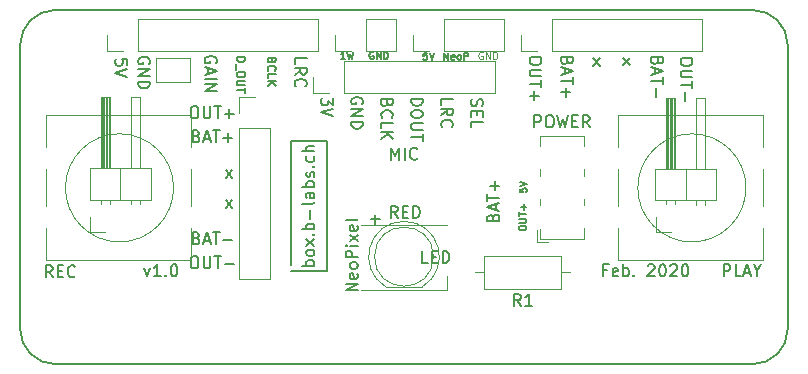
<source format=gbr>
%TF.GenerationSoftware,KiCad,Pcbnew,(5.1.5-0-10_14)*%
%TF.CreationDate,2020-02-24T01:19:29+01:00*%
%TF.ProjectId,raspberrypi_zerow_uhat,72617370-6265-4727-9279-70695f7a6572,1.0*%
%TF.SameCoordinates,Original*%
%TF.FileFunction,Legend,Top*%
%TF.FilePolarity,Positive*%
%FSLAX46Y46*%
G04 Gerber Fmt 4.6, Leading zero omitted, Abs format (unit mm)*
G04 Created by KiCad (PCBNEW (5.1.5-0-10_14)) date 2020-02-24 01:19:29*
%MOMM*%
%LPD*%
G04 APERTURE LIST*
%ADD10C,0.150000*%
%ADD11C,0.125000*%
%ADD12C,0.120000*%
G04 APERTURE END LIST*
D10*
X144770095Y-115496571D02*
X144436761Y-115496571D01*
X144436761Y-116020380D02*
X144436761Y-115020380D01*
X144912952Y-115020380D01*
X145674857Y-115972761D02*
X145579619Y-116020380D01*
X145389142Y-116020380D01*
X145293904Y-115972761D01*
X145246285Y-115877523D01*
X145246285Y-115496571D01*
X145293904Y-115401333D01*
X145389142Y-115353714D01*
X145579619Y-115353714D01*
X145674857Y-115401333D01*
X145722476Y-115496571D01*
X145722476Y-115591809D01*
X145246285Y-115687047D01*
X146151047Y-116020380D02*
X146151047Y-115020380D01*
X146151047Y-115401333D02*
X146246285Y-115353714D01*
X146436761Y-115353714D01*
X146532000Y-115401333D01*
X146579619Y-115448952D01*
X146627238Y-115544190D01*
X146627238Y-115829904D01*
X146579619Y-115925142D01*
X146532000Y-115972761D01*
X146436761Y-116020380D01*
X146246285Y-116020380D01*
X146151047Y-115972761D01*
X147055809Y-115925142D02*
X147103428Y-115972761D01*
X147055809Y-116020380D01*
X147008190Y-115972761D01*
X147055809Y-115925142D01*
X147055809Y-116020380D01*
X148246285Y-115115619D02*
X148293904Y-115068000D01*
X148389142Y-115020380D01*
X148627238Y-115020380D01*
X148722476Y-115068000D01*
X148770095Y-115115619D01*
X148817714Y-115210857D01*
X148817714Y-115306095D01*
X148770095Y-115448952D01*
X148198666Y-116020380D01*
X148817714Y-116020380D01*
X149436761Y-115020380D02*
X149532000Y-115020380D01*
X149627238Y-115068000D01*
X149674857Y-115115619D01*
X149722476Y-115210857D01*
X149770095Y-115401333D01*
X149770095Y-115639428D01*
X149722476Y-115829904D01*
X149674857Y-115925142D01*
X149627238Y-115972761D01*
X149532000Y-116020380D01*
X149436761Y-116020380D01*
X149341523Y-115972761D01*
X149293904Y-115925142D01*
X149246285Y-115829904D01*
X149198666Y-115639428D01*
X149198666Y-115401333D01*
X149246285Y-115210857D01*
X149293904Y-115115619D01*
X149341523Y-115068000D01*
X149436761Y-115020380D01*
X150151047Y-115115619D02*
X150198666Y-115068000D01*
X150293904Y-115020380D01*
X150532000Y-115020380D01*
X150627238Y-115068000D01*
X150674857Y-115115619D01*
X150722476Y-115210857D01*
X150722476Y-115306095D01*
X150674857Y-115448952D01*
X150103428Y-116020380D01*
X150722476Y-116020380D01*
X151341523Y-115020380D02*
X151436761Y-115020380D01*
X151532000Y-115068000D01*
X151579619Y-115115619D01*
X151627238Y-115210857D01*
X151674857Y-115401333D01*
X151674857Y-115639428D01*
X151627238Y-115829904D01*
X151579619Y-115925142D01*
X151532000Y-115972761D01*
X151436761Y-116020380D01*
X151341523Y-116020380D01*
X151246285Y-115972761D01*
X151198666Y-115925142D01*
X151151047Y-115829904D01*
X151103428Y-115639428D01*
X151103428Y-115401333D01*
X151151047Y-115210857D01*
X151198666Y-115115619D01*
X151246285Y-115068000D01*
X151341523Y-115020380D01*
X121032000Y-115568000D02*
X118032000Y-115568000D01*
X121032000Y-104568000D02*
X121032000Y-115568000D01*
X118032000Y-104568000D02*
X121032000Y-104568000D01*
X118032000Y-115068000D02*
X118032000Y-104568000D01*
X119984380Y-115139428D02*
X118984380Y-115139428D01*
X119365333Y-115139428D02*
X119317714Y-115044190D01*
X119317714Y-114853714D01*
X119365333Y-114758476D01*
X119412952Y-114710857D01*
X119508190Y-114663238D01*
X119793904Y-114663238D01*
X119889142Y-114710857D01*
X119936761Y-114758476D01*
X119984380Y-114853714D01*
X119984380Y-115044190D01*
X119936761Y-115139428D01*
X119984380Y-114091809D02*
X119936761Y-114187047D01*
X119889142Y-114234666D01*
X119793904Y-114282285D01*
X119508190Y-114282285D01*
X119412952Y-114234666D01*
X119365333Y-114187047D01*
X119317714Y-114091809D01*
X119317714Y-113948952D01*
X119365333Y-113853714D01*
X119412952Y-113806095D01*
X119508190Y-113758476D01*
X119793904Y-113758476D01*
X119889142Y-113806095D01*
X119936761Y-113853714D01*
X119984380Y-113948952D01*
X119984380Y-114091809D01*
X119984380Y-113425142D02*
X119317714Y-112901333D01*
X119317714Y-113425142D02*
X119984380Y-112901333D01*
X119889142Y-112520380D02*
X119936761Y-112472761D01*
X119984380Y-112520380D01*
X119936761Y-112568000D01*
X119889142Y-112520380D01*
X119984380Y-112520380D01*
X119984380Y-112044190D02*
X118984380Y-112044190D01*
X119365333Y-112044190D02*
X119317714Y-111948952D01*
X119317714Y-111758476D01*
X119365333Y-111663238D01*
X119412952Y-111615619D01*
X119508190Y-111568000D01*
X119793904Y-111568000D01*
X119889142Y-111615619D01*
X119936761Y-111663238D01*
X119984380Y-111758476D01*
X119984380Y-111948952D01*
X119936761Y-112044190D01*
X119603428Y-111139428D02*
X119603428Y-110377523D01*
X119984380Y-109758476D02*
X119936761Y-109853714D01*
X119841523Y-109901333D01*
X118984380Y-109901333D01*
X119984380Y-108948952D02*
X119460571Y-108948952D01*
X119365333Y-108996571D01*
X119317714Y-109091809D01*
X119317714Y-109282285D01*
X119365333Y-109377523D01*
X119936761Y-108948952D02*
X119984380Y-109044190D01*
X119984380Y-109282285D01*
X119936761Y-109377523D01*
X119841523Y-109425142D01*
X119746285Y-109425142D01*
X119651047Y-109377523D01*
X119603428Y-109282285D01*
X119603428Y-109044190D01*
X119555809Y-108948952D01*
X119984380Y-108472761D02*
X118984380Y-108472761D01*
X119365333Y-108472761D02*
X119317714Y-108377523D01*
X119317714Y-108187047D01*
X119365333Y-108091809D01*
X119412952Y-108044190D01*
X119508190Y-107996571D01*
X119793904Y-107996571D01*
X119889142Y-108044190D01*
X119936761Y-108091809D01*
X119984380Y-108187047D01*
X119984380Y-108377523D01*
X119936761Y-108472761D01*
X119936761Y-107615619D02*
X119984380Y-107520380D01*
X119984380Y-107329904D01*
X119936761Y-107234666D01*
X119841523Y-107187047D01*
X119793904Y-107187047D01*
X119698666Y-107234666D01*
X119651047Y-107329904D01*
X119651047Y-107472761D01*
X119603428Y-107568000D01*
X119508190Y-107615619D01*
X119460571Y-107615619D01*
X119365333Y-107568000D01*
X119317714Y-107472761D01*
X119317714Y-107329904D01*
X119365333Y-107234666D01*
X119889142Y-106758476D02*
X119936761Y-106710857D01*
X119984380Y-106758476D01*
X119936761Y-106806095D01*
X119889142Y-106758476D01*
X119984380Y-106758476D01*
X119936761Y-105853714D02*
X119984380Y-105948952D01*
X119984380Y-106139428D01*
X119936761Y-106234666D01*
X119889142Y-106282285D01*
X119793904Y-106329904D01*
X119508190Y-106329904D01*
X119412952Y-106282285D01*
X119365333Y-106234666D01*
X119317714Y-106139428D01*
X119317714Y-105948952D01*
X119365333Y-105853714D01*
X119984380Y-105425142D02*
X118984380Y-105425142D01*
X119984380Y-104996571D02*
X119460571Y-104996571D01*
X119365333Y-105044190D01*
X119317714Y-105139428D01*
X119317714Y-105282285D01*
X119365333Y-105377523D01*
X119412952Y-105425142D01*
X124994457Y-97062000D02*
X124937314Y-97033428D01*
X124851600Y-97033428D01*
X124765885Y-97062000D01*
X124708742Y-97119142D01*
X124680171Y-97176285D01*
X124651600Y-97290571D01*
X124651600Y-97376285D01*
X124680171Y-97490571D01*
X124708742Y-97547714D01*
X124765885Y-97604857D01*
X124851600Y-97633428D01*
X124908742Y-97633428D01*
X124994457Y-97604857D01*
X125023028Y-97576285D01*
X125023028Y-97376285D01*
X124908742Y-97376285D01*
X125280171Y-97633428D02*
X125280171Y-97033428D01*
X125623028Y-97633428D01*
X125623028Y-97033428D01*
X125908742Y-97633428D02*
X125908742Y-97033428D01*
X126051600Y-97033428D01*
X126137314Y-97062000D01*
X126194457Y-97119142D01*
X126223028Y-97176285D01*
X126251600Y-97290571D01*
X126251600Y-97376285D01*
X126223028Y-97490571D01*
X126194457Y-97547714D01*
X126137314Y-97604857D01*
X126051600Y-97633428D01*
X125908742Y-97633428D01*
X122587771Y-97633428D02*
X122244914Y-97633428D01*
X122416342Y-97633428D02*
X122416342Y-97033428D01*
X122359200Y-97119142D01*
X122302057Y-97176285D01*
X122244914Y-97204857D01*
X122787771Y-97033428D02*
X122930628Y-97633428D01*
X123044914Y-97204857D01*
X123159200Y-97633428D01*
X123302057Y-97033428D01*
D11*
X134240057Y-97062000D02*
X134182914Y-97033428D01*
X134097200Y-97033428D01*
X134011485Y-97062000D01*
X133954342Y-97119142D01*
X133925771Y-97176285D01*
X133897200Y-97290571D01*
X133897200Y-97376285D01*
X133925771Y-97490571D01*
X133954342Y-97547714D01*
X134011485Y-97604857D01*
X134097200Y-97633428D01*
X134154342Y-97633428D01*
X134240057Y-97604857D01*
X134268628Y-97576285D01*
X134268628Y-97376285D01*
X134154342Y-97376285D01*
X134525771Y-97633428D02*
X134525771Y-97033428D01*
X134868628Y-97633428D01*
X134868628Y-97033428D01*
X135154342Y-97633428D02*
X135154342Y-97033428D01*
X135297200Y-97033428D01*
X135382914Y-97062000D01*
X135440057Y-97119142D01*
X135468628Y-97176285D01*
X135497200Y-97290571D01*
X135497200Y-97376285D01*
X135468628Y-97490571D01*
X135440057Y-97547714D01*
X135382914Y-97604857D01*
X135297200Y-97633428D01*
X135154342Y-97633428D01*
D10*
X131004800Y-97684228D02*
X131004800Y-97084228D01*
X131347657Y-97684228D01*
X131347657Y-97084228D01*
X131861942Y-97655657D02*
X131804800Y-97684228D01*
X131690514Y-97684228D01*
X131633371Y-97655657D01*
X131604800Y-97598514D01*
X131604800Y-97369942D01*
X131633371Y-97312800D01*
X131690514Y-97284228D01*
X131804800Y-97284228D01*
X131861942Y-97312800D01*
X131890514Y-97369942D01*
X131890514Y-97427085D01*
X131604800Y-97484228D01*
X132233371Y-97684228D02*
X132176228Y-97655657D01*
X132147657Y-97627085D01*
X132119085Y-97569942D01*
X132119085Y-97398514D01*
X132147657Y-97341371D01*
X132176228Y-97312800D01*
X132233371Y-97284228D01*
X132319085Y-97284228D01*
X132376228Y-97312800D01*
X132404800Y-97341371D01*
X132433371Y-97398514D01*
X132433371Y-97569942D01*
X132404800Y-97627085D01*
X132376228Y-97655657D01*
X132319085Y-97684228D01*
X132233371Y-97684228D01*
X132690514Y-97684228D02*
X132690514Y-97084228D01*
X132919085Y-97084228D01*
X132976228Y-97112800D01*
X133004800Y-97141371D01*
X133033371Y-97198514D01*
X133033371Y-97284228D01*
X133004800Y-97341371D01*
X132976228Y-97369942D01*
X132919085Y-97398514D01*
X132690514Y-97398514D01*
X129553714Y-97084228D02*
X129268000Y-97084228D01*
X129239428Y-97369942D01*
X129268000Y-97341371D01*
X129325142Y-97312800D01*
X129468000Y-97312800D01*
X129525142Y-97341371D01*
X129553714Y-97369942D01*
X129582285Y-97427085D01*
X129582285Y-97569942D01*
X129553714Y-97627085D01*
X129525142Y-97655657D01*
X129468000Y-97684228D01*
X129325142Y-97684228D01*
X129268000Y-97655657D01*
X129239428Y-97627085D01*
X129753714Y-97084228D02*
X129953714Y-97684228D01*
X130153714Y-97084228D01*
X137340428Y-111998628D02*
X137340428Y-111884342D01*
X137369000Y-111827200D01*
X137426142Y-111770057D01*
X137540428Y-111741485D01*
X137740428Y-111741485D01*
X137854714Y-111770057D01*
X137911857Y-111827200D01*
X137940428Y-111884342D01*
X137940428Y-111998628D01*
X137911857Y-112055771D01*
X137854714Y-112112914D01*
X137740428Y-112141485D01*
X137540428Y-112141485D01*
X137426142Y-112112914D01*
X137369000Y-112055771D01*
X137340428Y-111998628D01*
X137340428Y-111484342D02*
X137826142Y-111484342D01*
X137883285Y-111455771D01*
X137911857Y-111427200D01*
X137940428Y-111370057D01*
X137940428Y-111255771D01*
X137911857Y-111198628D01*
X137883285Y-111170057D01*
X137826142Y-111141485D01*
X137340428Y-111141485D01*
X137340428Y-110941485D02*
X137340428Y-110598628D01*
X137940428Y-110770057D02*
X137340428Y-110770057D01*
X137711857Y-110398628D02*
X137711857Y-109941485D01*
X137940428Y-110170057D02*
X137483285Y-110170057D01*
X137391228Y-108601485D02*
X137391228Y-108887200D01*
X137676942Y-108915771D01*
X137648371Y-108887200D01*
X137619800Y-108830057D01*
X137619800Y-108687200D01*
X137648371Y-108630057D01*
X137676942Y-108601485D01*
X137734085Y-108572914D01*
X137876942Y-108572914D01*
X137934085Y-108601485D01*
X137962657Y-108630057D01*
X137991228Y-108687200D01*
X137991228Y-108830057D01*
X137962657Y-108887200D01*
X137934085Y-108915771D01*
X137391228Y-108401485D02*
X137991228Y-108201485D01*
X137391228Y-108001485D01*
X135133771Y-111038142D02*
X135181390Y-110895285D01*
X135229009Y-110847666D01*
X135324247Y-110800047D01*
X135467104Y-110800047D01*
X135562342Y-110847666D01*
X135609961Y-110895285D01*
X135657580Y-110990523D01*
X135657580Y-111371476D01*
X134657580Y-111371476D01*
X134657580Y-111038142D01*
X134705200Y-110942904D01*
X134752819Y-110895285D01*
X134848057Y-110847666D01*
X134943295Y-110847666D01*
X135038533Y-110895285D01*
X135086152Y-110942904D01*
X135133771Y-111038142D01*
X135133771Y-111371476D01*
X135371866Y-110419095D02*
X135371866Y-109942904D01*
X135657580Y-110514333D02*
X134657580Y-110181000D01*
X135657580Y-109847666D01*
X134657580Y-109657190D02*
X134657580Y-109085761D01*
X135657580Y-109371476D02*
X134657580Y-109371476D01*
X135276628Y-108752428D02*
X135276628Y-107990523D01*
X135657580Y-108371476D02*
X134895676Y-108371476D01*
X112540495Y-110209580D02*
X113064304Y-109542914D01*
X112540495Y-109542914D02*
X113064304Y-110209580D01*
X112489695Y-107720380D02*
X113013504Y-107053714D01*
X112489695Y-107053714D02*
X113013504Y-107720380D01*
X146170095Y-98169980D02*
X146693904Y-97503314D01*
X146170095Y-97503314D02*
X146693904Y-98169980D01*
X143630095Y-98220780D02*
X144153904Y-97554114D01*
X143630095Y-97554114D02*
X144153904Y-98220780D01*
X126513771Y-106145580D02*
X126513771Y-105145580D01*
X126847104Y-105859866D01*
X127180438Y-105145580D01*
X127180438Y-106145580D01*
X127656628Y-106145580D02*
X127656628Y-105145580D01*
X128704247Y-106050342D02*
X128656628Y-106097961D01*
X128513771Y-106145580D01*
X128418533Y-106145580D01*
X128275676Y-106097961D01*
X128180438Y-106002723D01*
X128132819Y-105907485D01*
X128085200Y-105717009D01*
X128085200Y-105574152D01*
X128132819Y-105383676D01*
X128180438Y-105288438D01*
X128275676Y-105193200D01*
X128418533Y-105145580D01*
X128513771Y-105145580D01*
X128656628Y-105193200D01*
X128704247Y-105240819D01*
X129634742Y-114883180D02*
X129158552Y-114883180D01*
X129158552Y-113883180D01*
X129968076Y-114359371D02*
X130301409Y-114359371D01*
X130444266Y-114883180D02*
X129968076Y-114883180D01*
X129968076Y-113883180D01*
X130444266Y-113883180D01*
X130872838Y-114883180D02*
X130872838Y-113883180D01*
X131110933Y-113883180D01*
X131253790Y-113930800D01*
X131349028Y-114026038D01*
X131396647Y-114121276D01*
X131444266Y-114311752D01*
X131444266Y-114454609D01*
X131396647Y-114645085D01*
X131349028Y-114740323D01*
X131253790Y-114835561D01*
X131110933Y-114883180D01*
X130872838Y-114883180D01*
X123668780Y-117227600D02*
X122668780Y-117227600D01*
X123668780Y-116656171D01*
X122668780Y-116656171D01*
X123621161Y-115799028D02*
X123668780Y-115894266D01*
X123668780Y-116084742D01*
X123621161Y-116179980D01*
X123525923Y-116227600D01*
X123144971Y-116227600D01*
X123049733Y-116179980D01*
X123002114Y-116084742D01*
X123002114Y-115894266D01*
X123049733Y-115799028D01*
X123144971Y-115751409D01*
X123240209Y-115751409D01*
X123335447Y-116227600D01*
X123668780Y-115179980D02*
X123621161Y-115275219D01*
X123573542Y-115322838D01*
X123478304Y-115370457D01*
X123192590Y-115370457D01*
X123097352Y-115322838D01*
X123049733Y-115275219D01*
X123002114Y-115179980D01*
X123002114Y-115037123D01*
X123049733Y-114941885D01*
X123097352Y-114894266D01*
X123192590Y-114846647D01*
X123478304Y-114846647D01*
X123573542Y-114894266D01*
X123621161Y-114941885D01*
X123668780Y-115037123D01*
X123668780Y-115179980D01*
X123668780Y-114418076D02*
X122668780Y-114418076D01*
X122668780Y-114037123D01*
X122716400Y-113941885D01*
X122764019Y-113894266D01*
X122859257Y-113846647D01*
X123002114Y-113846647D01*
X123097352Y-113894266D01*
X123144971Y-113941885D01*
X123192590Y-114037123D01*
X123192590Y-114418076D01*
X123668780Y-113418076D02*
X123002114Y-113418076D01*
X122668780Y-113418076D02*
X122716400Y-113465695D01*
X122764019Y-113418076D01*
X122716400Y-113370457D01*
X122668780Y-113418076D01*
X122764019Y-113418076D01*
X123668780Y-113037123D02*
X123002114Y-112513314D01*
X123002114Y-113037123D02*
X123668780Y-112513314D01*
X123621161Y-111751409D02*
X123668780Y-111846647D01*
X123668780Y-112037123D01*
X123621161Y-112132361D01*
X123525923Y-112179980D01*
X123144971Y-112179980D01*
X123049733Y-112132361D01*
X123002114Y-112037123D01*
X123002114Y-111846647D01*
X123049733Y-111751409D01*
X123144971Y-111703790D01*
X123240209Y-111703790D01*
X123335447Y-112179980D01*
X123668780Y-111132361D02*
X123621161Y-111227600D01*
X123525923Y-111275219D01*
X122668780Y-111275219D01*
X138636076Y-103402380D02*
X138636076Y-102402380D01*
X139017028Y-102402380D01*
X139112266Y-102450000D01*
X139159885Y-102497619D01*
X139207504Y-102592857D01*
X139207504Y-102735714D01*
X139159885Y-102830952D01*
X139112266Y-102878571D01*
X139017028Y-102926190D01*
X138636076Y-102926190D01*
X139826552Y-102402380D02*
X140017028Y-102402380D01*
X140112266Y-102450000D01*
X140207504Y-102545238D01*
X140255123Y-102735714D01*
X140255123Y-103069047D01*
X140207504Y-103259523D01*
X140112266Y-103354761D01*
X140017028Y-103402380D01*
X139826552Y-103402380D01*
X139731314Y-103354761D01*
X139636076Y-103259523D01*
X139588457Y-103069047D01*
X139588457Y-102735714D01*
X139636076Y-102545238D01*
X139731314Y-102450000D01*
X139826552Y-102402380D01*
X140588457Y-102402380D02*
X140826552Y-103402380D01*
X141017028Y-102688095D01*
X141207504Y-103402380D01*
X141445600Y-102402380D01*
X141826552Y-102878571D02*
X142159885Y-102878571D01*
X142302742Y-103402380D02*
X141826552Y-103402380D01*
X141826552Y-102402380D01*
X142302742Y-102402380D01*
X143302742Y-103402380D02*
X142969409Y-102926190D01*
X142731314Y-103402380D02*
X142731314Y-102402380D01*
X143112266Y-102402380D01*
X143207504Y-102450000D01*
X143255123Y-102497619D01*
X143302742Y-102592857D01*
X143302742Y-102735714D01*
X143255123Y-102830952D01*
X143207504Y-102878571D01*
X143112266Y-102926190D01*
X142731314Y-102926190D01*
X97833942Y-116102380D02*
X97500609Y-115626190D01*
X97262514Y-116102380D02*
X97262514Y-115102380D01*
X97643466Y-115102380D01*
X97738704Y-115150000D01*
X97786323Y-115197619D01*
X97833942Y-115292857D01*
X97833942Y-115435714D01*
X97786323Y-115530952D01*
X97738704Y-115578571D01*
X97643466Y-115626190D01*
X97262514Y-115626190D01*
X98262514Y-115578571D02*
X98595847Y-115578571D01*
X98738704Y-116102380D02*
X98262514Y-116102380D01*
X98262514Y-115102380D01*
X98738704Y-115102380D01*
X99738704Y-116007142D02*
X99691085Y-116054761D01*
X99548228Y-116102380D01*
X99452990Y-116102380D01*
X99310133Y-116054761D01*
X99214895Y-115959523D01*
X99167276Y-115864285D01*
X99119657Y-115673809D01*
X99119657Y-115530952D01*
X99167276Y-115340476D01*
X99214895Y-115245238D01*
X99310133Y-115150000D01*
X99452990Y-115102380D01*
X99548228Y-115102380D01*
X99691085Y-115150000D01*
X99738704Y-115197619D01*
X154661790Y-116020380D02*
X154661790Y-115020380D01*
X155042742Y-115020380D01*
X155137980Y-115068000D01*
X155185600Y-115115619D01*
X155233219Y-115210857D01*
X155233219Y-115353714D01*
X155185600Y-115448952D01*
X155137980Y-115496571D01*
X155042742Y-115544190D01*
X154661790Y-115544190D01*
X156137980Y-116020380D02*
X155661790Y-116020380D01*
X155661790Y-115020380D01*
X156423695Y-115734666D02*
X156899885Y-115734666D01*
X156328457Y-116020380D02*
X156661790Y-115020380D01*
X156995123Y-116020380D01*
X157518933Y-115544190D02*
X157518933Y-116020380D01*
X157185600Y-115020380D02*
X157518933Y-115544190D01*
X157852266Y-115020380D01*
X105603428Y-115353714D02*
X105841523Y-116020380D01*
X106079619Y-115353714D01*
X106984380Y-116020380D02*
X106412952Y-116020380D01*
X106698666Y-116020380D02*
X106698666Y-115020380D01*
X106603428Y-115163238D01*
X106508190Y-115258476D01*
X106412952Y-115306095D01*
X107412952Y-115925142D02*
X107460571Y-115972761D01*
X107412952Y-116020380D01*
X107365333Y-115972761D01*
X107412952Y-115925142D01*
X107412952Y-116020380D01*
X108079619Y-115020380D02*
X108174857Y-115020380D01*
X108270095Y-115068000D01*
X108317714Y-115115619D01*
X108365333Y-115210857D01*
X108412952Y-115401333D01*
X108412952Y-115639428D01*
X108365333Y-115829904D01*
X108317714Y-115925142D01*
X108270095Y-115972761D01*
X108174857Y-116020380D01*
X108079619Y-116020380D01*
X107984380Y-115972761D01*
X107936761Y-115925142D01*
X107889142Y-115829904D01*
X107841523Y-115639428D01*
X107841523Y-115401333D01*
X107889142Y-115210857D01*
X107936761Y-115115619D01*
X107984380Y-115068000D01*
X108079619Y-115020380D01*
X111676800Y-97957428D02*
X111724419Y-97862190D01*
X111724419Y-97719333D01*
X111676800Y-97576476D01*
X111581561Y-97481238D01*
X111486323Y-97433619D01*
X111295847Y-97386000D01*
X111152990Y-97386000D01*
X110962514Y-97433619D01*
X110867276Y-97481238D01*
X110772038Y-97576476D01*
X110724419Y-97719333D01*
X110724419Y-97814571D01*
X110772038Y-97957428D01*
X110819657Y-98005047D01*
X111152990Y-98005047D01*
X111152990Y-97814571D01*
X111010133Y-98386000D02*
X111010133Y-98862190D01*
X110724419Y-98290761D02*
X111724419Y-98624095D01*
X110724419Y-98957428D01*
X110724419Y-99290761D02*
X111724419Y-99290761D01*
X110724419Y-99766952D02*
X111724419Y-99766952D01*
X110724419Y-100338380D01*
X111724419Y-100338380D01*
X113450933Y-97486800D02*
X114150933Y-97486800D01*
X114150933Y-97653466D01*
X114117600Y-97753466D01*
X114050933Y-97820133D01*
X113984266Y-97853466D01*
X113850933Y-97886800D01*
X113750933Y-97886800D01*
X113617600Y-97853466D01*
X113550933Y-97820133D01*
X113484266Y-97753466D01*
X113450933Y-97653466D01*
X113450933Y-97486800D01*
X113384266Y-98020133D02*
X113384266Y-98553466D01*
X114150933Y-98853466D02*
X114150933Y-98986800D01*
X114117600Y-99053466D01*
X114050933Y-99120133D01*
X113917600Y-99153466D01*
X113684266Y-99153466D01*
X113550933Y-99120133D01*
X113484266Y-99053466D01*
X113450933Y-98986800D01*
X113450933Y-98853466D01*
X113484266Y-98786800D01*
X113550933Y-98720133D01*
X113684266Y-98686800D01*
X113917600Y-98686800D01*
X114050933Y-98720133D01*
X114117600Y-98786800D01*
X114150933Y-98853466D01*
X114150933Y-99453466D02*
X113584266Y-99453466D01*
X113517600Y-99486800D01*
X113484266Y-99520133D01*
X113450933Y-99586800D01*
X113450933Y-99720133D01*
X113484266Y-99786800D01*
X113517600Y-99820133D01*
X113584266Y-99853466D01*
X114150933Y-99853466D01*
X114150933Y-100086800D02*
X114150933Y-100486800D01*
X113450933Y-100286800D02*
X114150933Y-100286800D01*
X118344419Y-98043123D02*
X118344419Y-97566933D01*
X119344419Y-97566933D01*
X118344419Y-98947885D02*
X118820609Y-98614552D01*
X118344419Y-98376457D02*
X119344419Y-98376457D01*
X119344419Y-98757409D01*
X119296800Y-98852647D01*
X119249180Y-98900266D01*
X119153942Y-98947885D01*
X119011085Y-98947885D01*
X118915847Y-98900266D01*
X118868228Y-98852647D01*
X118820609Y-98757409D01*
X118820609Y-98376457D01*
X118439657Y-99947885D02*
X118392038Y-99900266D01*
X118344419Y-99757409D01*
X118344419Y-99662171D01*
X118392038Y-99519314D01*
X118487276Y-99424076D01*
X118582514Y-99376457D01*
X118772990Y-99328838D01*
X118915847Y-99328838D01*
X119106323Y-99376457D01*
X119201561Y-99424076D01*
X119296800Y-99519314D01*
X119344419Y-99662171D01*
X119344419Y-99757409D01*
X119296800Y-99900266D01*
X119249180Y-99947885D01*
X116408400Y-97749466D02*
X116375066Y-97849466D01*
X116341733Y-97882800D01*
X116275066Y-97916133D01*
X116175066Y-97916133D01*
X116108400Y-97882800D01*
X116075066Y-97849466D01*
X116041733Y-97782800D01*
X116041733Y-97516133D01*
X116741733Y-97516133D01*
X116741733Y-97749466D01*
X116708400Y-97816133D01*
X116675066Y-97849466D01*
X116608400Y-97882800D01*
X116541733Y-97882800D01*
X116475066Y-97849466D01*
X116441733Y-97816133D01*
X116408400Y-97749466D01*
X116408400Y-97516133D01*
X116108400Y-98616133D02*
X116075066Y-98582800D01*
X116041733Y-98482800D01*
X116041733Y-98416133D01*
X116075066Y-98316133D01*
X116141733Y-98249466D01*
X116208400Y-98216133D01*
X116341733Y-98182800D01*
X116441733Y-98182800D01*
X116575066Y-98216133D01*
X116641733Y-98249466D01*
X116708400Y-98316133D01*
X116741733Y-98416133D01*
X116741733Y-98482800D01*
X116708400Y-98582800D01*
X116675066Y-98616133D01*
X116041733Y-99249466D02*
X116041733Y-98916133D01*
X116741733Y-98916133D01*
X116041733Y-99482800D02*
X116741733Y-99482800D01*
X116041733Y-99882800D02*
X116441733Y-99582800D01*
X116741733Y-99882800D02*
X116341733Y-99482800D01*
X106032000Y-98022495D02*
X106079619Y-97927257D01*
X106079619Y-97784400D01*
X106032000Y-97641542D01*
X105936761Y-97546304D01*
X105841523Y-97498685D01*
X105651047Y-97451066D01*
X105508190Y-97451066D01*
X105317714Y-97498685D01*
X105222476Y-97546304D01*
X105127238Y-97641542D01*
X105079619Y-97784400D01*
X105079619Y-97879638D01*
X105127238Y-98022495D01*
X105174857Y-98070114D01*
X105508190Y-98070114D01*
X105508190Y-97879638D01*
X105079619Y-98498685D02*
X106079619Y-98498685D01*
X105079619Y-99070114D01*
X106079619Y-99070114D01*
X105079619Y-99546304D02*
X106079619Y-99546304D01*
X106079619Y-99784400D01*
X106032000Y-99927257D01*
X105936761Y-100022495D01*
X105841523Y-100070114D01*
X105651047Y-100117733D01*
X105508190Y-100117733D01*
X105317714Y-100070114D01*
X105222476Y-100022495D01*
X105127238Y-99927257D01*
X105079619Y-99784400D01*
X105079619Y-99546304D01*
X104155219Y-98136723D02*
X104155219Y-97660533D01*
X103679028Y-97612914D01*
X103726647Y-97660533D01*
X103774266Y-97755771D01*
X103774266Y-97993866D01*
X103726647Y-98089104D01*
X103679028Y-98136723D01*
X103583790Y-98184342D01*
X103345695Y-98184342D01*
X103250457Y-98136723D01*
X103202838Y-98089104D01*
X103155219Y-97993866D01*
X103155219Y-97755771D01*
X103202838Y-97660533D01*
X103250457Y-97612914D01*
X104155219Y-98470057D02*
X103155219Y-98803390D01*
X104155219Y-99136723D01*
X149068828Y-97808257D02*
X149021209Y-97951114D01*
X148973590Y-97998733D01*
X148878352Y-98046352D01*
X148735495Y-98046352D01*
X148640257Y-97998733D01*
X148592638Y-97951114D01*
X148545019Y-97855876D01*
X148545019Y-97474923D01*
X149545019Y-97474923D01*
X149545019Y-97808257D01*
X149497400Y-97903495D01*
X149449780Y-97951114D01*
X149354542Y-97998733D01*
X149259304Y-97998733D01*
X149164066Y-97951114D01*
X149116447Y-97903495D01*
X149068828Y-97808257D01*
X149068828Y-97474923D01*
X148830733Y-98427304D02*
X148830733Y-98903495D01*
X148545019Y-98332066D02*
X149545019Y-98665400D01*
X148545019Y-98998733D01*
X149545019Y-99189209D02*
X149545019Y-99760638D01*
X148545019Y-99474923D02*
X149545019Y-99474923D01*
X148925971Y-100093971D02*
X148925971Y-100855876D01*
X152008819Y-97749552D02*
X152008819Y-97940028D01*
X151961200Y-98035266D01*
X151865961Y-98130504D01*
X151675485Y-98178123D01*
X151342152Y-98178123D01*
X151151676Y-98130504D01*
X151056438Y-98035266D01*
X151008819Y-97940028D01*
X151008819Y-97749552D01*
X151056438Y-97654314D01*
X151151676Y-97559076D01*
X151342152Y-97511457D01*
X151675485Y-97511457D01*
X151865961Y-97559076D01*
X151961200Y-97654314D01*
X152008819Y-97749552D01*
X152008819Y-98606695D02*
X151199295Y-98606695D01*
X151104057Y-98654314D01*
X151056438Y-98701933D01*
X151008819Y-98797171D01*
X151008819Y-98987647D01*
X151056438Y-99082885D01*
X151104057Y-99130504D01*
X151199295Y-99178123D01*
X152008819Y-99178123D01*
X152008819Y-99511457D02*
X152008819Y-100082885D01*
X151008819Y-99797171D02*
X152008819Y-99797171D01*
X151389771Y-100416219D02*
X151389771Y-101178123D01*
X139232619Y-97673352D02*
X139232619Y-97863828D01*
X139185000Y-97959066D01*
X139089761Y-98054304D01*
X138899285Y-98101923D01*
X138565952Y-98101923D01*
X138375476Y-98054304D01*
X138280238Y-97959066D01*
X138232619Y-97863828D01*
X138232619Y-97673352D01*
X138280238Y-97578114D01*
X138375476Y-97482876D01*
X138565952Y-97435257D01*
X138899285Y-97435257D01*
X139089761Y-97482876D01*
X139185000Y-97578114D01*
X139232619Y-97673352D01*
X139232619Y-98530495D02*
X138423095Y-98530495D01*
X138327857Y-98578114D01*
X138280238Y-98625733D01*
X138232619Y-98720971D01*
X138232619Y-98911447D01*
X138280238Y-99006685D01*
X138327857Y-99054304D01*
X138423095Y-99101923D01*
X139232619Y-99101923D01*
X139232619Y-99435257D02*
X139232619Y-100006685D01*
X138232619Y-99720971D02*
X139232619Y-99720971D01*
X138613571Y-100340019D02*
X138613571Y-101101923D01*
X138232619Y-100720971D02*
X138994523Y-100720971D01*
X141423428Y-97782857D02*
X141375809Y-97925714D01*
X141328190Y-97973333D01*
X141232952Y-98020952D01*
X141090095Y-98020952D01*
X140994857Y-97973333D01*
X140947238Y-97925714D01*
X140899619Y-97830476D01*
X140899619Y-97449523D01*
X141899619Y-97449523D01*
X141899619Y-97782857D01*
X141852000Y-97878095D01*
X141804380Y-97925714D01*
X141709142Y-97973333D01*
X141613904Y-97973333D01*
X141518666Y-97925714D01*
X141471047Y-97878095D01*
X141423428Y-97782857D01*
X141423428Y-97449523D01*
X141185333Y-98401904D02*
X141185333Y-98878095D01*
X140899619Y-98306666D02*
X141899619Y-98640000D01*
X140899619Y-98973333D01*
X141899619Y-99163809D02*
X141899619Y-99735238D01*
X140899619Y-99449523D02*
X141899619Y-99449523D01*
X141280571Y-100068571D02*
X141280571Y-100830476D01*
X140899619Y-100449523D02*
X141661523Y-100449523D01*
X124765847Y-111200228D02*
X125527752Y-111200228D01*
X125146800Y-111581180D02*
X125146800Y-110819276D01*
X127043942Y-111073180D02*
X126710609Y-110596990D01*
X126472514Y-111073180D02*
X126472514Y-110073180D01*
X126853466Y-110073180D01*
X126948704Y-110120800D01*
X126996323Y-110168419D01*
X127043942Y-110263657D01*
X127043942Y-110406514D01*
X126996323Y-110501752D01*
X126948704Y-110549371D01*
X126853466Y-110596990D01*
X126472514Y-110596990D01*
X127472514Y-110549371D02*
X127805847Y-110549371D01*
X127948704Y-111073180D02*
X127472514Y-111073180D01*
X127472514Y-110073180D01*
X127948704Y-110073180D01*
X128377276Y-111073180D02*
X128377276Y-110073180D01*
X128615371Y-110073180D01*
X128758228Y-110120800D01*
X128853466Y-110216038D01*
X128901085Y-110311276D01*
X128948704Y-110501752D01*
X128948704Y-110644609D01*
X128901085Y-110835085D01*
X128853466Y-110930323D01*
X128758228Y-111025561D01*
X128615371Y-111073180D01*
X128377276Y-111073180D01*
X110022857Y-104148571D02*
X110165714Y-104196190D01*
X110213333Y-104243809D01*
X110260952Y-104339047D01*
X110260952Y-104481904D01*
X110213333Y-104577142D01*
X110165714Y-104624761D01*
X110070476Y-104672380D01*
X109689523Y-104672380D01*
X109689523Y-103672380D01*
X110022857Y-103672380D01*
X110118095Y-103720000D01*
X110165714Y-103767619D01*
X110213333Y-103862857D01*
X110213333Y-103958095D01*
X110165714Y-104053333D01*
X110118095Y-104100952D01*
X110022857Y-104148571D01*
X109689523Y-104148571D01*
X110641904Y-104386666D02*
X111118095Y-104386666D01*
X110546666Y-104672380D02*
X110880000Y-103672380D01*
X111213333Y-104672380D01*
X111403809Y-103672380D02*
X111975238Y-103672380D01*
X111689523Y-104672380D02*
X111689523Y-103672380D01*
X112308571Y-104291428D02*
X113070476Y-104291428D01*
X112689523Y-104672380D02*
X112689523Y-103910476D01*
X110022857Y-112784571D02*
X110165714Y-112832190D01*
X110213333Y-112879809D01*
X110260952Y-112975047D01*
X110260952Y-113117904D01*
X110213333Y-113213142D01*
X110165714Y-113260761D01*
X110070476Y-113308380D01*
X109689523Y-113308380D01*
X109689523Y-112308380D01*
X110022857Y-112308380D01*
X110118095Y-112356000D01*
X110165714Y-112403619D01*
X110213333Y-112498857D01*
X110213333Y-112594095D01*
X110165714Y-112689333D01*
X110118095Y-112736952D01*
X110022857Y-112784571D01*
X109689523Y-112784571D01*
X110641904Y-113022666D02*
X111118095Y-113022666D01*
X110546666Y-113308380D02*
X110880000Y-112308380D01*
X111213333Y-113308380D01*
X111403809Y-112308380D02*
X111975238Y-112308380D01*
X111689523Y-113308380D02*
X111689523Y-112308380D01*
X112308571Y-112927428D02*
X113070476Y-112927428D01*
X109760952Y-114340380D02*
X109951428Y-114340380D01*
X110046666Y-114388000D01*
X110141904Y-114483238D01*
X110189523Y-114673714D01*
X110189523Y-115007047D01*
X110141904Y-115197523D01*
X110046666Y-115292761D01*
X109951428Y-115340380D01*
X109760952Y-115340380D01*
X109665714Y-115292761D01*
X109570476Y-115197523D01*
X109522857Y-115007047D01*
X109522857Y-114673714D01*
X109570476Y-114483238D01*
X109665714Y-114388000D01*
X109760952Y-114340380D01*
X110618095Y-114340380D02*
X110618095Y-115149904D01*
X110665714Y-115245142D01*
X110713333Y-115292761D01*
X110808571Y-115340380D01*
X110999047Y-115340380D01*
X111094285Y-115292761D01*
X111141904Y-115245142D01*
X111189523Y-115149904D01*
X111189523Y-114340380D01*
X111522857Y-114340380D02*
X112094285Y-114340380D01*
X111808571Y-115340380D02*
X111808571Y-114340380D01*
X112427619Y-114959428D02*
X113189523Y-114959428D01*
X109760952Y-101640380D02*
X109951428Y-101640380D01*
X110046666Y-101688000D01*
X110141904Y-101783238D01*
X110189523Y-101973714D01*
X110189523Y-102307047D01*
X110141904Y-102497523D01*
X110046666Y-102592761D01*
X109951428Y-102640380D01*
X109760952Y-102640380D01*
X109665714Y-102592761D01*
X109570476Y-102497523D01*
X109522857Y-102307047D01*
X109522857Y-101973714D01*
X109570476Y-101783238D01*
X109665714Y-101688000D01*
X109760952Y-101640380D01*
X110618095Y-101640380D02*
X110618095Y-102449904D01*
X110665714Y-102545142D01*
X110713333Y-102592761D01*
X110808571Y-102640380D01*
X110999047Y-102640380D01*
X111094285Y-102592761D01*
X111141904Y-102545142D01*
X111189523Y-102449904D01*
X111189523Y-101640380D01*
X111522857Y-101640380D02*
X112094285Y-101640380D01*
X111808571Y-102640380D02*
X111808571Y-101640380D01*
X112427619Y-102259428D02*
X113189523Y-102259428D01*
X112808571Y-102640380D02*
X112808571Y-101878476D01*
X133327238Y-101045142D02*
X133279619Y-101188000D01*
X133279619Y-101426095D01*
X133327238Y-101521333D01*
X133374857Y-101568952D01*
X133470095Y-101616571D01*
X133565333Y-101616571D01*
X133660571Y-101568952D01*
X133708190Y-101521333D01*
X133755809Y-101426095D01*
X133803428Y-101235619D01*
X133851047Y-101140380D01*
X133898666Y-101092761D01*
X133993904Y-101045142D01*
X134089142Y-101045142D01*
X134184380Y-101092761D01*
X134232000Y-101140380D01*
X134279619Y-101235619D01*
X134279619Y-101473714D01*
X134232000Y-101616571D01*
X133803428Y-102045142D02*
X133803428Y-102378476D01*
X133279619Y-102521333D02*
X133279619Y-102045142D01*
X134279619Y-102045142D01*
X134279619Y-102521333D01*
X133279619Y-103426095D02*
X133279619Y-102949904D01*
X134279619Y-102949904D01*
X130739619Y-101497523D02*
X130739619Y-101021333D01*
X131739619Y-101021333D01*
X130739619Y-102402285D02*
X131215809Y-102068952D01*
X130739619Y-101830857D02*
X131739619Y-101830857D01*
X131739619Y-102211809D01*
X131692000Y-102307047D01*
X131644380Y-102354666D01*
X131549142Y-102402285D01*
X131406285Y-102402285D01*
X131311047Y-102354666D01*
X131263428Y-102307047D01*
X131215809Y-102211809D01*
X131215809Y-101830857D01*
X130834857Y-103402285D02*
X130787238Y-103354666D01*
X130739619Y-103211809D01*
X130739619Y-103116571D01*
X130787238Y-102973714D01*
X130882476Y-102878476D01*
X130977714Y-102830857D01*
X131168190Y-102783238D01*
X131311047Y-102783238D01*
X131501523Y-102830857D01*
X131596761Y-102878476D01*
X131692000Y-102973714D01*
X131739619Y-103116571D01*
X131739619Y-103211809D01*
X131692000Y-103354666D01*
X131644380Y-103402285D01*
X128199619Y-101005523D02*
X129199619Y-101005523D01*
X129199619Y-101243619D01*
X129152000Y-101386476D01*
X129056761Y-101481714D01*
X128961523Y-101529333D01*
X128771047Y-101576952D01*
X128628190Y-101576952D01*
X128437714Y-101529333D01*
X128342476Y-101481714D01*
X128247238Y-101386476D01*
X128199619Y-101243619D01*
X128199619Y-101005523D01*
X129199619Y-102196000D02*
X129199619Y-102386476D01*
X129152000Y-102481714D01*
X129056761Y-102576952D01*
X128866285Y-102624571D01*
X128532952Y-102624571D01*
X128342476Y-102576952D01*
X128247238Y-102481714D01*
X128199619Y-102386476D01*
X128199619Y-102196000D01*
X128247238Y-102100761D01*
X128342476Y-102005523D01*
X128532952Y-101957904D01*
X128866285Y-101957904D01*
X129056761Y-102005523D01*
X129152000Y-102100761D01*
X129199619Y-102196000D01*
X129199619Y-103053142D02*
X128390095Y-103053142D01*
X128294857Y-103100761D01*
X128247238Y-103148380D01*
X128199619Y-103243619D01*
X128199619Y-103434095D01*
X128247238Y-103529333D01*
X128294857Y-103576952D01*
X128390095Y-103624571D01*
X129199619Y-103624571D01*
X129199619Y-103957904D02*
X129199619Y-104529333D01*
X128199619Y-104243619D02*
X129199619Y-104243619D01*
X126183428Y-101362666D02*
X126135809Y-101505523D01*
X126088190Y-101553142D01*
X125992952Y-101600761D01*
X125850095Y-101600761D01*
X125754857Y-101553142D01*
X125707238Y-101505523D01*
X125659619Y-101410285D01*
X125659619Y-101029333D01*
X126659619Y-101029333D01*
X126659619Y-101362666D01*
X126612000Y-101457904D01*
X126564380Y-101505523D01*
X126469142Y-101553142D01*
X126373904Y-101553142D01*
X126278666Y-101505523D01*
X126231047Y-101457904D01*
X126183428Y-101362666D01*
X126183428Y-101029333D01*
X125754857Y-102600761D02*
X125707238Y-102553142D01*
X125659619Y-102410285D01*
X125659619Y-102315047D01*
X125707238Y-102172190D01*
X125802476Y-102076952D01*
X125897714Y-102029333D01*
X126088190Y-101981714D01*
X126231047Y-101981714D01*
X126421523Y-102029333D01*
X126516761Y-102076952D01*
X126612000Y-102172190D01*
X126659619Y-102315047D01*
X126659619Y-102410285D01*
X126612000Y-102553142D01*
X126564380Y-102600761D01*
X125659619Y-103505523D02*
X125659619Y-103029333D01*
X126659619Y-103029333D01*
X125659619Y-103838857D02*
X126659619Y-103838857D01*
X125659619Y-104410285D02*
X126231047Y-103981714D01*
X126659619Y-104410285D02*
X126088190Y-103838857D01*
X124072000Y-101426095D02*
X124119619Y-101330857D01*
X124119619Y-101188000D01*
X124072000Y-101045142D01*
X123976761Y-100949904D01*
X123881523Y-100902285D01*
X123691047Y-100854666D01*
X123548190Y-100854666D01*
X123357714Y-100902285D01*
X123262476Y-100949904D01*
X123167238Y-101045142D01*
X123119619Y-101188000D01*
X123119619Y-101283238D01*
X123167238Y-101426095D01*
X123214857Y-101473714D01*
X123548190Y-101473714D01*
X123548190Y-101283238D01*
X123119619Y-101902285D02*
X124119619Y-101902285D01*
X123119619Y-102473714D01*
X124119619Y-102473714D01*
X123119619Y-102949904D02*
X124119619Y-102949904D01*
X124119619Y-103188000D01*
X124072000Y-103330857D01*
X123976761Y-103426095D01*
X123881523Y-103473714D01*
X123691047Y-103521333D01*
X123548190Y-103521333D01*
X123357714Y-103473714D01*
X123262476Y-103426095D01*
X123167238Y-103330857D01*
X123119619Y-103188000D01*
X123119619Y-102949904D01*
X121579619Y-100918095D02*
X121579619Y-101537142D01*
X121198666Y-101203809D01*
X121198666Y-101346666D01*
X121151047Y-101441904D01*
X121103428Y-101489523D01*
X121008190Y-101537142D01*
X120770095Y-101537142D01*
X120674857Y-101489523D01*
X120627238Y-101441904D01*
X120579619Y-101346666D01*
X120579619Y-101060952D01*
X120627238Y-100965714D01*
X120674857Y-100918095D01*
X121579619Y-101822857D02*
X120579619Y-102156190D01*
X121579619Y-102489523D01*
X160092000Y-96468000D02*
X160092000Y-120468000D01*
X157092000Y-123468000D02*
X98092000Y-123468000D01*
X156592000Y-93468000D02*
X157092000Y-93468000D01*
X98592000Y-93468000D02*
X98092000Y-93468000D01*
X95092000Y-120468000D02*
X95092000Y-96468000D01*
X160092000Y-120468000D02*
G75*
G02X157092000Y-123468000I-3000000J0D01*
G01*
X157092000Y-93468000D02*
G75*
G02X160092000Y-96468000I0J-3000000D01*
G01*
X95092000Y-96468000D02*
G75*
G02X98092000Y-93468000I3000000J0D01*
G01*
X98092000Y-123468000D02*
G75*
G02X95092000Y-120468000I0J3000000D01*
G01*
X156592000Y-93468000D02*
X98592000Y-93468000D01*
D12*
X109432000Y-99568000D02*
X106632000Y-99568000D01*
X106632000Y-99568000D02*
X106632000Y-97568000D01*
X106632000Y-97568000D02*
X109432000Y-97568000D01*
X109432000Y-97568000D02*
X109432000Y-99568000D01*
X119905200Y-100470000D02*
X119905200Y-99140000D01*
X121235200Y-100470000D02*
X119905200Y-100470000D01*
X122505200Y-100470000D02*
X122505200Y-97810000D01*
X122505200Y-97810000D02*
X135265200Y-97810000D01*
X122505200Y-100470000D02*
X135265200Y-100470000D01*
X135265200Y-100470000D02*
X135265200Y-97810000D01*
X138821200Y-113137200D02*
X138821200Y-112137200D01*
X139821200Y-113137200D02*
X138821200Y-113137200D01*
X142821200Y-112837200D02*
X139121200Y-112837200D01*
X142821200Y-111957200D02*
X142821200Y-112837200D01*
X142821200Y-109457200D02*
X142821200Y-110017200D01*
X142821200Y-106967200D02*
X142821200Y-107517200D01*
X142821200Y-104137200D02*
X142821200Y-105007200D01*
X139121200Y-104137200D02*
X142821200Y-104137200D01*
X139121200Y-105017200D02*
X139121200Y-104137200D01*
X139121200Y-107517200D02*
X139121200Y-106957200D01*
X139121200Y-109987200D02*
X139121200Y-109457200D01*
X139121200Y-112837200D02*
X139121200Y-111987200D01*
X133603600Y-115700800D02*
X134373600Y-115700800D01*
X141683600Y-115700800D02*
X140913600Y-115700800D01*
X134373600Y-117070800D02*
X140913600Y-117070800D01*
X134373600Y-114330800D02*
X134373600Y-117070800D01*
X140913600Y-114330800D02*
X134373600Y-114330800D01*
X140913600Y-117070800D02*
X140913600Y-114330800D01*
X137482000Y-96914000D02*
X137482000Y-95584000D01*
X138812000Y-96914000D02*
X137482000Y-96914000D01*
X140082000Y-96914000D02*
X140082000Y-94254000D01*
X140082000Y-94254000D02*
X152842000Y-94254000D01*
X140082000Y-96914000D02*
X152842000Y-96914000D01*
X152842000Y-96914000D02*
X152842000Y-94254000D01*
X102430000Y-96914000D02*
X102430000Y-95584000D01*
X103760000Y-96914000D02*
X102430000Y-96914000D01*
X105030000Y-96914000D02*
X105030000Y-94254000D01*
X105030000Y-94254000D02*
X120330000Y-94254000D01*
X105030000Y-96914000D02*
X120330000Y-96914000D01*
X120330000Y-96914000D02*
X120330000Y-94254000D01*
X113606000Y-100858000D02*
X114936000Y-100858000D01*
X113606000Y-102188000D02*
X113606000Y-100858000D01*
X113606000Y-103458000D02*
X116266000Y-103458000D01*
X116266000Y-103458000D02*
X116266000Y-116218000D01*
X113606000Y-103458000D02*
X113606000Y-116218000D01*
X113606000Y-116218000D02*
X116266000Y-116218000D01*
X128338000Y-96914000D02*
X128338000Y-95584000D01*
X129668000Y-96914000D02*
X128338000Y-96914000D01*
X130938000Y-96914000D02*
X130938000Y-94254000D01*
X130938000Y-94254000D02*
X136078000Y-94254000D01*
X130938000Y-96914000D02*
X136078000Y-96914000D01*
X136078000Y-96914000D02*
X136078000Y-94254000D01*
X121734000Y-96914000D02*
X121734000Y-95584000D01*
X123064000Y-96914000D02*
X121734000Y-96914000D01*
X124334000Y-96914000D02*
X124334000Y-94254000D01*
X124334000Y-94254000D02*
X126934000Y-94254000D01*
X124334000Y-96914000D02*
X126934000Y-96914000D01*
X126934000Y-96914000D02*
X126934000Y-94254000D01*
X101042200Y-112246400D02*
X101042200Y-110976400D01*
X102312200Y-112246400D02*
X101042200Y-112246400D01*
X105232200Y-109933471D02*
X105232200Y-109536400D01*
X104472200Y-109933471D02*
X104472200Y-109536400D01*
X105232200Y-100876400D02*
X105232200Y-106876400D01*
X104472200Y-100876400D02*
X105232200Y-100876400D01*
X104472200Y-106876400D02*
X104472200Y-100876400D01*
X103582200Y-109536400D02*
X103582200Y-106876400D01*
X102692200Y-109866400D02*
X102692200Y-109536400D01*
X101932200Y-109866400D02*
X101932200Y-109536400D01*
X102592200Y-106876400D02*
X102592200Y-100876400D01*
X102472200Y-106876400D02*
X102472200Y-100876400D01*
X102352200Y-106876400D02*
X102352200Y-100876400D01*
X102232200Y-106876400D02*
X102232200Y-100876400D01*
X102112200Y-106876400D02*
X102112200Y-100876400D01*
X101992200Y-106876400D02*
X101992200Y-100876400D01*
X102692200Y-100876400D02*
X102692200Y-106876400D01*
X101932200Y-100876400D02*
X102692200Y-100876400D01*
X101932200Y-106876400D02*
X101932200Y-100876400D01*
X100982200Y-106876400D02*
X100982200Y-109536400D01*
X106182200Y-106876400D02*
X100982200Y-106876400D01*
X106182200Y-109536400D02*
X106182200Y-106876400D01*
X100982200Y-109536400D02*
X106182200Y-109536400D01*
X148895800Y-112297200D02*
X148895800Y-111027200D01*
X150165800Y-112297200D02*
X148895800Y-112297200D01*
X153085800Y-109984271D02*
X153085800Y-109587200D01*
X152325800Y-109984271D02*
X152325800Y-109587200D01*
X153085800Y-100927200D02*
X153085800Y-106927200D01*
X152325800Y-100927200D02*
X153085800Y-100927200D01*
X152325800Y-106927200D02*
X152325800Y-100927200D01*
X151435800Y-109587200D02*
X151435800Y-106927200D01*
X150545800Y-109917200D02*
X150545800Y-109587200D01*
X149785800Y-109917200D02*
X149785800Y-109587200D01*
X150445800Y-106927200D02*
X150445800Y-100927200D01*
X150325800Y-106927200D02*
X150325800Y-100927200D01*
X150205800Y-106927200D02*
X150205800Y-100927200D01*
X150085800Y-106927200D02*
X150085800Y-100927200D01*
X149965800Y-106927200D02*
X149965800Y-100927200D01*
X149845800Y-106927200D02*
X149845800Y-100927200D01*
X150545800Y-100927200D02*
X150545800Y-106927200D01*
X149785800Y-100927200D02*
X150545800Y-100927200D01*
X149785800Y-106927200D02*
X149785800Y-100927200D01*
X148835800Y-106927200D02*
X148835800Y-109587200D01*
X154035800Y-106927200D02*
X148835800Y-106927200D01*
X154035800Y-109587200D02*
X154035800Y-106927200D01*
X148835800Y-109587200D02*
X154035800Y-109587200D01*
X126046200Y-116917800D02*
X129136200Y-116917800D01*
X130091200Y-114357800D02*
G75*
G03X130091200Y-114357800I-2500000J0D01*
G01*
X127590738Y-111367800D02*
G75*
G02X129136030Y-116917800I462J-2990000D01*
G01*
X127591662Y-111367800D02*
G75*
G03X126046370Y-116917800I-462J-2990000D01*
G01*
X131255000Y-117158400D02*
X131255000Y-116008400D01*
X123955000Y-117158400D02*
X131255000Y-117158400D01*
X123955000Y-111658400D02*
X131255000Y-111658400D01*
X158016000Y-102348000D02*
X158016000Y-105068000D01*
X158016000Y-111928000D02*
X158016000Y-114648000D01*
X145716000Y-110068000D02*
X145716000Y-106928000D01*
X145716000Y-114648000D02*
X145716000Y-111928000D01*
X156545050Y-108538000D02*
G75*
G03X156545050Y-108538000I-4579050J0D01*
G01*
X145716000Y-105068000D02*
X145716000Y-102348000D01*
X158016000Y-114648000D02*
X145716000Y-114648000D01*
X158016000Y-106928000D02*
X158016000Y-110068000D01*
X145716000Y-102348000D02*
X158016000Y-102348000D01*
X109556000Y-102348000D02*
X109556000Y-105068000D01*
X109556000Y-111928000D02*
X109556000Y-114648000D01*
X97256000Y-110068000D02*
X97256000Y-106928000D01*
X97256000Y-114648000D02*
X97256000Y-111928000D01*
X108085050Y-108538000D02*
G75*
G03X108085050Y-108538000I-4579050J0D01*
G01*
X97256000Y-105068000D02*
X97256000Y-102348000D01*
X109556000Y-114648000D02*
X97256000Y-114648000D01*
X109556000Y-106928000D02*
X109556000Y-110068000D01*
X97256000Y-102348000D02*
X109556000Y-102348000D01*
D10*
X137476933Y-118523180D02*
X137143600Y-118046990D01*
X136905504Y-118523180D02*
X136905504Y-117523180D01*
X137286457Y-117523180D01*
X137381695Y-117570800D01*
X137429314Y-117618419D01*
X137476933Y-117713657D01*
X137476933Y-117856514D01*
X137429314Y-117951752D01*
X137381695Y-117999371D01*
X137286457Y-118046990D01*
X136905504Y-118046990D01*
X138429314Y-118523180D02*
X137857885Y-118523180D01*
X138143600Y-118523180D02*
X138143600Y-117523180D01*
X138048361Y-117666038D01*
X137953123Y-117761276D01*
X137857885Y-117808895D01*
M02*

</source>
